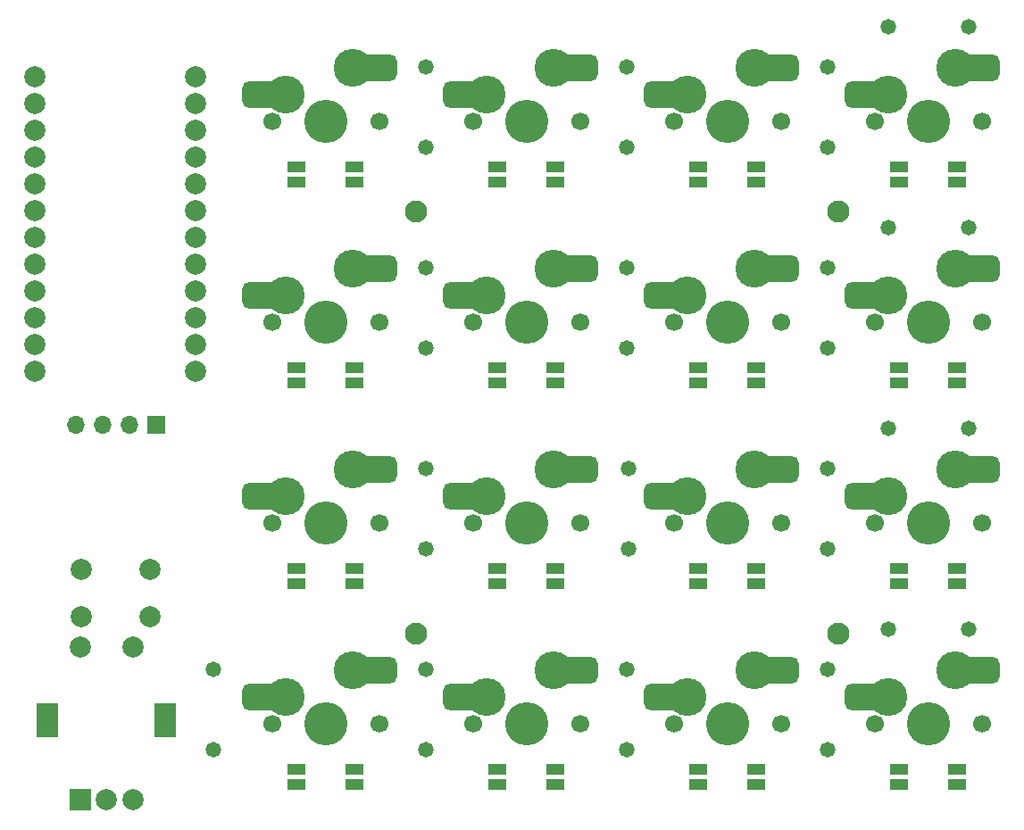
<source format=gbs>
%TF.GenerationSoftware,KiCad,Pcbnew,(6.0.9)*%
%TF.CreationDate,2022-11-11T19:33:00-07:00*%
%TF.ProjectId,dumbpad,64756d62-7061-4642-9e6b-696361645f70,rev?*%
%TF.SameCoordinates,Original*%
%TF.FileFunction,Soldermask,Bot*%
%TF.FilePolarity,Negative*%
%FSLAX46Y46*%
G04 Gerber Fmt 4.6, Leading zero omitted, Abs format (unit mm)*
G04 Created by KiCad (PCBNEW (6.0.9)) date 2022-11-11 19:33:00*
%MOMM*%
%LPD*%
G01*
G04 APERTURE LIST*
G04 Aperture macros list*
%AMRoundRect*
0 Rectangle with rounded corners*
0 $1 Rounding radius*
0 $2 $3 $4 $5 $6 $7 $8 $9 X,Y pos of 4 corners*
0 Add a 4 corners polygon primitive as box body*
4,1,4,$2,$3,$4,$5,$6,$7,$8,$9,$2,$3,0*
0 Add four circle primitives for the rounded corners*
1,1,$1+$1,$2,$3*
1,1,$1+$1,$4,$5*
1,1,$1+$1,$6,$7*
1,1,$1+$1,$8,$9*
0 Add four rect primitives between the rounded corners*
20,1,$1+$1,$2,$3,$4,$5,0*
20,1,$1+$1,$4,$5,$6,$7,0*
20,1,$1+$1,$6,$7,$8,$9,0*
20,1,$1+$1,$8,$9,$2,$3,0*%
G04 Aperture macros list end*
%ADD10C,2.006600*%
%ADD11C,2.100000*%
%ADD12R,1.700000X1.700000*%
%ADD13O,1.700000X1.700000*%
%ADD14R,2.000000X2.000000*%
%ADD15C,2.000000*%
%ADD16R,2.000000X3.200000*%
%ADD17C,4.100000*%
%ADD18C,1.700000*%
%ADD19C,3.600000*%
%ADD20RoundRect,0.625000X1.125000X0.625000X-1.125000X0.625000X-1.125000X-0.625000X1.125000X-0.625000X0*%
%ADD21C,1.477000*%
%ADD22R,1.700000X1.000000*%
G04 APERTURE END LIST*
D10*
%TO.C,S17*%
X106799900Y-118743000D03*
X113302300Y-118743000D03*
X106799900Y-123264200D03*
X113302300Y-123264200D03*
%TD*%
D11*
%TO.C,REF\u002A\u002A*%
X138576100Y-124828600D03*
%TD*%
%TO.C,REF\u002A\u002A*%
X178576100Y-124828600D03*
%TD*%
D10*
%TO.C,B1*%
X102431100Y-72053600D03*
X102431100Y-74593600D03*
X102431100Y-77133600D03*
X102431100Y-79673600D03*
X102431100Y-82213600D03*
X102431100Y-84753600D03*
X102431100Y-87293600D03*
X102431100Y-89833600D03*
X102431100Y-92373600D03*
X102431100Y-94913600D03*
X102431100Y-97453600D03*
X102431100Y-99993600D03*
X117671100Y-99993600D03*
X117671100Y-97453600D03*
X117671100Y-94913600D03*
X117671100Y-92373600D03*
X117671100Y-89833600D03*
X117671100Y-87293600D03*
X117671100Y-84753600D03*
X117671100Y-82213600D03*
X117671100Y-79673600D03*
X117671100Y-77133600D03*
X117671100Y-74593600D03*
X117671100Y-72053600D03*
%TD*%
D12*
%TO.C,J1*%
X113940000Y-105080000D03*
D13*
X111400000Y-105080000D03*
X108860000Y-105080000D03*
X106320000Y-105080000D03*
%TD*%
D14*
%TO.C,RE_3_1*%
X106720000Y-140600000D03*
D15*
X111720000Y-140600000D03*
X109220000Y-140600000D03*
D16*
X103620000Y-133100000D03*
X114820000Y-133100000D03*
D15*
X111720000Y-126100000D03*
X106720000Y-126100000D03*
%TD*%
D11*
%TO.C,REF\u002A\u002A*%
X138576100Y-84828600D03*
%TD*%
%TO.C,REF\u002A\u002A*%
X178576100Y-84828600D03*
%TD*%
D17*
%TO.C,S1*%
X130001100Y-76253600D03*
D18*
X124921100Y-76253600D03*
X135081100Y-76253600D03*
D19*
X132541100Y-71173600D03*
X126191100Y-73713600D03*
D20*
X135001100Y-71173600D03*
X123801100Y-73713600D03*
%TD*%
D21*
%TO.C,D10*%
X158750000Y-109220000D03*
X158750000Y-116840000D03*
%TD*%
D22*
%TO.C,LED7*%
X146301100Y-99630000D03*
X146301100Y-101030000D03*
X151801100Y-101030000D03*
X151801100Y-99630000D03*
%TD*%
D17*
%TO.C,S15*%
X168101100Y-133403600D03*
D18*
X163021100Y-133403600D03*
X173181100Y-133403600D03*
D19*
X170641100Y-128323600D03*
X164291100Y-130863600D03*
D20*
X173101100Y-128323600D03*
X161901100Y-130863600D03*
%TD*%
D18*
%TO.C,S8*%
X192231100Y-95303600D03*
X182071100Y-95303600D03*
D17*
X187151100Y-95303600D03*
D19*
X189691100Y-90223600D03*
X183341100Y-92763600D03*
D20*
X192151100Y-90223600D03*
X180951100Y-92763600D03*
%TD*%
D17*
%TO.C,S2*%
X149051100Y-76253600D03*
D18*
X154131100Y-76253600D03*
X143971100Y-76253600D03*
D19*
X151591100Y-71173600D03*
X145241100Y-73713600D03*
D20*
X154051100Y-71173600D03*
X142851100Y-73713600D03*
%TD*%
D21*
%TO.C,D8*%
X190961100Y-86360000D03*
X183341100Y-86360000D03*
%TD*%
%TO.C,D6*%
X158576100Y-90170000D03*
X158576100Y-97790000D03*
%TD*%
D22*
%TO.C,LED4*%
X189901100Y-81980000D03*
X189901100Y-80580000D03*
X184401100Y-80580000D03*
X184401100Y-81980000D03*
%TD*%
D18*
%TO.C,S4*%
X182071100Y-76253600D03*
X192231100Y-76253600D03*
D17*
X187151100Y-76253600D03*
D19*
X189691100Y-71173600D03*
X183341100Y-73713600D03*
D20*
X192151100Y-71173600D03*
X180951100Y-73713600D03*
%TD*%
D18*
%TO.C,S5*%
X135081100Y-95303600D03*
D17*
X130001100Y-95303600D03*
D18*
X124921100Y-95303600D03*
D19*
X132541100Y-90223600D03*
X126191100Y-92763600D03*
D20*
X135001100Y-90223600D03*
X123801100Y-92763600D03*
%TD*%
D21*
%TO.C,D4*%
X190961100Y-67310000D03*
X183341100Y-67310000D03*
%TD*%
D22*
%TO.C,LED12*%
X189901100Y-120080000D03*
X189901100Y-118680000D03*
X184401100Y-118680000D03*
X184401100Y-120080000D03*
%TD*%
%TO.C,LED3*%
X170851100Y-81980000D03*
X170851100Y-80580000D03*
X165351100Y-80580000D03*
X165351100Y-81980000D03*
%TD*%
D18*
%TO.C,S14*%
X143971100Y-133403600D03*
X154131100Y-133403600D03*
D17*
X149051100Y-133403600D03*
D19*
X151591100Y-128323600D03*
X145241100Y-130863600D03*
D20*
X154051100Y-128323600D03*
X142851100Y-130863600D03*
%TD*%
D17*
%TO.C,S11*%
X168101100Y-114353600D03*
D18*
X163021100Y-114353600D03*
X173181100Y-114353600D03*
D19*
X170641100Y-109273600D03*
X164291100Y-111813600D03*
D20*
X173101100Y-109273600D03*
X161901100Y-111813600D03*
%TD*%
D22*
%TO.C,LED16*%
X127251100Y-137730000D03*
X127251100Y-139130000D03*
X132751100Y-139130000D03*
X132751100Y-137730000D03*
%TD*%
D17*
%TO.C,S7*%
X168101100Y-95303600D03*
D18*
X163021100Y-95303600D03*
X173181100Y-95303600D03*
D19*
X170641100Y-90223600D03*
X164291100Y-92763600D03*
D20*
X173101100Y-90223600D03*
X161901100Y-92763600D03*
%TD*%
D18*
%TO.C,S6*%
X154131100Y-95303600D03*
D17*
X149051100Y-95303600D03*
D18*
X143971100Y-95303600D03*
D19*
X151591100Y-90223600D03*
X145241100Y-92763600D03*
D20*
X154051100Y-90223600D03*
X142851100Y-92763600D03*
%TD*%
D21*
%TO.C,D9*%
X139526100Y-109220000D03*
X139526100Y-116840000D03*
%TD*%
%TO.C,D11*%
X177626100Y-109220000D03*
X177626100Y-116840000D03*
%TD*%
D22*
%TO.C,LED10*%
X151801100Y-120080000D03*
X151801100Y-118680000D03*
X146301100Y-118680000D03*
X146301100Y-120080000D03*
%TD*%
D21*
%TO.C,D13*%
X139526100Y-128270000D03*
X139526100Y-135890000D03*
%TD*%
D22*
%TO.C,LED2*%
X151801100Y-81980000D03*
X151801100Y-80580000D03*
X146301100Y-80580000D03*
X146301100Y-81980000D03*
%TD*%
D18*
%TO.C,S12*%
X182071100Y-114353600D03*
D17*
X187151100Y-114353600D03*
D18*
X192231100Y-114353600D03*
D19*
X189691100Y-109273600D03*
X183341100Y-111813600D03*
D20*
X192151100Y-109273600D03*
X180951100Y-111813600D03*
%TD*%
D21*
%TO.C,D20*%
X119380000Y-128270000D03*
X119380000Y-135890000D03*
%TD*%
D22*
%TO.C,LED13*%
X184401100Y-137730000D03*
X184401100Y-139130000D03*
X189901100Y-139130000D03*
X189901100Y-137730000D03*
%TD*%
D21*
%TO.C,D7*%
X177626100Y-90170000D03*
X177626100Y-97790000D03*
%TD*%
D22*
%TO.C,LED5*%
X184401100Y-99630000D03*
X184401100Y-101030000D03*
X189901100Y-101030000D03*
X189901100Y-99630000D03*
%TD*%
D17*
%TO.C,S3*%
X168101100Y-76253600D03*
D18*
X173181100Y-76253600D03*
X163021100Y-76253600D03*
D19*
X170641100Y-71173600D03*
X164291100Y-73713600D03*
D20*
X173101100Y-71173600D03*
X161901100Y-73713600D03*
%TD*%
D21*
%TO.C,D5*%
X139526100Y-90170000D03*
X139526100Y-97790000D03*
%TD*%
%TO.C,D16*%
X190961100Y-124460000D03*
X183341100Y-124460000D03*
%TD*%
%TO.C,D14*%
X158576100Y-128270000D03*
X158576100Y-135890000D03*
%TD*%
%TO.C,D3*%
X177626100Y-71120000D03*
X177626100Y-78740000D03*
%TD*%
%TO.C,D15*%
X177626100Y-128270000D03*
X177626100Y-135890000D03*
%TD*%
D22*
%TO.C,LED6*%
X165351100Y-99630000D03*
X165351100Y-101030000D03*
X170851100Y-101030000D03*
X170851100Y-99630000D03*
%TD*%
%TO.C,LED1*%
X132751100Y-81980000D03*
X132751100Y-80580000D03*
X127251100Y-80580000D03*
X127251100Y-81980000D03*
%TD*%
D17*
%TO.C,S13*%
X130001100Y-133407200D03*
D18*
X124921100Y-133407200D03*
X135081100Y-133407200D03*
D19*
X132541100Y-128327200D03*
X126191100Y-130867200D03*
D20*
X135001100Y-128327200D03*
X123801100Y-130867200D03*
%TD*%
D22*
%TO.C,LED9*%
X132751100Y-120080000D03*
X132751100Y-118680000D03*
X127251100Y-118680000D03*
X127251100Y-120080000D03*
%TD*%
D18*
%TO.C,S9*%
X124921100Y-114353600D03*
X135081100Y-114353600D03*
D17*
X130001100Y-114353600D03*
D19*
X132541100Y-109273600D03*
X126191100Y-111813600D03*
D20*
X135001100Y-109273600D03*
X123801100Y-111813600D03*
%TD*%
D22*
%TO.C,LED11*%
X170851100Y-120080000D03*
X170851100Y-118680000D03*
X165351100Y-118680000D03*
X165351100Y-120080000D03*
%TD*%
D21*
%TO.C,D1*%
X139526100Y-71120000D03*
X139526100Y-78740000D03*
%TD*%
D18*
%TO.C,S16*%
X182071100Y-133407200D03*
X192231100Y-133407200D03*
D17*
X187151100Y-133407200D03*
D19*
X189691100Y-128327200D03*
X183341100Y-130867200D03*
D20*
X192151100Y-128327200D03*
X180951100Y-130867200D03*
%TD*%
D22*
%TO.C,LED15*%
X146301100Y-137730000D03*
X146301100Y-139130000D03*
X151801100Y-139130000D03*
X151801100Y-137730000D03*
%TD*%
D21*
%TO.C,D12*%
X190961100Y-105410000D03*
X183341100Y-105410000D03*
%TD*%
D22*
%TO.C,LED8*%
X127251100Y-99630000D03*
X127251100Y-101030000D03*
X132751100Y-101030000D03*
X132751100Y-99630000D03*
%TD*%
D21*
%TO.C,D2*%
X158576100Y-71120000D03*
X158576100Y-78740000D03*
%TD*%
D22*
%TO.C,LED14*%
X165351100Y-137730000D03*
X165351100Y-139130000D03*
X170851100Y-139130000D03*
X170851100Y-137730000D03*
%TD*%
D17*
%TO.C,S10*%
X149051100Y-114353600D03*
D18*
X143971100Y-114353600D03*
X154131100Y-114353600D03*
D19*
X151591100Y-109273600D03*
X145241100Y-111813600D03*
D20*
X154051100Y-109273600D03*
X142851100Y-111813600D03*
%TD*%
M02*

</source>
